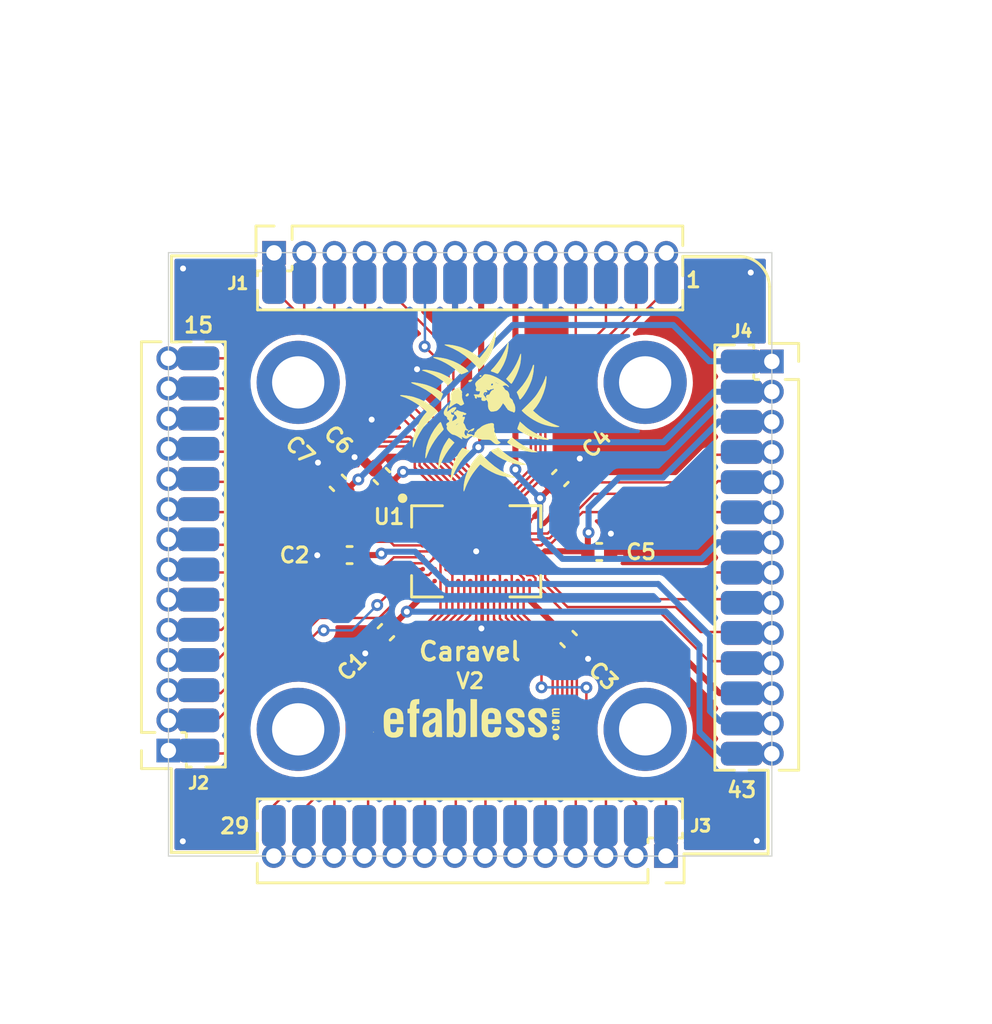
<source format=kicad_pcb>
(kicad_pcb (version 20211014) (generator pcbnew)
  (layers (0 "F.Cu" signal) (31 "B.Cu" signal) (34 "B.Paste" user) (35 "F.Paste" user) (36 "B.SilkS" user "B.Silkscreen") (37 "F.SilkS" user "F.Silkscreen") (38 "B.Mask" user) (39 "F.Mask" user) (44 "Edge.Cuts" user))
  (net 0 "")
  (net 1 "GND")
  (net 2 "vddio")
  (net 3 "vccd2")
  (net 4 "vccd1")
  (net 5 "vdda1")
  (net 6 "vdda2")
  (net 7 "mprj_io[18]")
  (net 8 "mprj_io[17]")
  (net 9 "mprj_io[16]")
  (net 10 "mprj_io[15]")
  (net 11 "mprj_io[14]")
  (net 12 "mprj_io[13]")
  (net 13 "mprj_io[12]")
  (net 14 "mprj_io[11]")
  (net 15 "mprj_io[10]")
  (net 16 "mprj_io[9]")
  (net 17 "mprj_io[8]")
  (net 18 "mprj_io[7]")
  (net 19 "mprj_io[6]_ser_tx")
  (net 20 "mprj_io[5]_ser_rx")
  (net 21 "mprj_io[0]")
  (net 22 "mprj_io[33]")
  (net 23 "mprj_io[32]")
  (net 24 "mprj_io[31]")
  (net 25 "mprj_io[30]")
  (net 26 "mprj_io[29]")
  (net 27 "mprj_io[28]")
  (net 28 "mprj_io[27]")
  (net 29 "mprj_io[26]")
  (net 30 "mprj_io[25]")
  (net 31 "mprj_io[24]")
  (net 32 "mprj_io[23]")
  (net 33 "mprj_io[22]")
  (net 34 "mprj_io[21]")
  (net 35 "mprj_io[20]")
  (net 36 "mprj_io[19]")
  (net 37 "mprj_io[4]_SCK")
  (net 38 "mprj_io[3]_CSB")
  (net 39 "mprj_io[2]_SDI")
  (net 40 "mprj_io[1]_SDO")
  (net 41 "gpio")
  (net 42 "Caravel_D0")
  (net 43 "Caravel_CSB")
  (net 44 "~{RST}")
  (net 45 "Caravel_D1")
  (net 46 "xclk")
  (net 47 "mprj_io[36]")
  (net 48 "mprj_io[37]")
  (net 49 "Caravel_SCK")
  (net 50 "mprj_io[34]")
  (net 51 "mprj_io[35]")
  (net 52 "vdda")
  (net 53 "vccd")
  (footprint "Caravel:Caravel_WCSP" (layer "F.Cu") (at 135.89 93.345 90)
    (fp_text reference "U1")
    (fp_text value "Caravel")
  )
  (footprint "Capacitor_SMD:C_0402_1005Metric" (layer "F.Cu") (at 130.07 90.46 -45)
    (fp_text reference "C7")
    (fp_text value "0.1uf")
  )
  (footprint "Capacitor_SMD:C_0402_1005Metric" (layer "F.Cu") (at 132.09 96.75 45)
    (fp_text reference "C1")
    (fp_text value "0.1uf")
  )
  (footprint "Capacitor_SMD:C_0402_1005Metric" (layer "F.Cu") (at 130.56 93.50248 180)
    (fp_text reference "C2")
    (fp_text value "0.1uf")
  )
  (footprint "Capacitor_SMD:C_0402_1005Metric" (layer "F.Cu") (at 131.92 90.18 -45)
    (fp_text reference "C6")
    (fp_text value "0.1uf")
  )
  (footprint "Capacitor_SMD:C_0402_1005Metric" (layer "F.Cu") (at 139.430589 90.259411 -135)
    (fp_text reference "C4")
    (fp_text value "0.1uf")
  )
  (footprint "Capacitor_SMD:C_0402_1005Metric" (layer "F.Cu") (at 139.78 97.04 -45)
    (fp_text reference "C3")
    (fp_text value "0.1uf")
  )
  (footprint "Caravel_Board:Caravel_Breakout_Connectors_2x14" (layer "F.Cu") (at 126.238 81.417 90)
    (fp_text reference "J1")
    (fp_text value "Conn_01x14_Female")
  )
  (footprint "Caravel_Board:Caravel_Breakout_Connectors_2x14" (layer "F.Cu") (at 123.565 102.873 180)
    (fp_text reference "J2")
    (fp_text value "Conn_01x14_Female")
  )
  (footprint "Caravel_Board:Caravel_Breakout_Connectors_2x14" (layer "F.Cu") (at 145.023 105.535 -90)
    (fp_text reference "J3")
    (fp_text value "Conn_01x14_Female")
  )
  (footprint "Caravel:logo" (layer "F.Cu") (at 136 87.45)
    (fp_text reference "T1" hide)
    (fp_text value "Logo" hide)
  )
  (footprint "MountingHole:MountingHole_2.2mm_M2_ISO7380_Pad" (layer "F.Cu") (at 128.397 100.838)
    (fp_text reference "H1")
    (fp_text value "Positioning Holes")
  )
  (footprint "MountingHole:MountingHole_2.2mm_M2_ISO7380_Pad" (layer "F.Cu") (at 143.002 86.233)
    (fp_text reference "H3")
    (fp_text value "Positioning Holes")
  )
  (footprint "MountingHole:MountingHole_2.2mm_M2_ISO7380_Pad" (layer "F.Cu") (at 128.397 86.233)
    (fp_text reference "H4")
    (fp_text value "Positioning Holes")
  )
  (footprint "MountingHole:MountingHole_2.2mm_M2_ISO7380_Pad" (layer "F.Cu") (at 143.002 100.838)
    (fp_text reference "H2")
    (fp_text value "Positioning Holes")
  )
  (footprint "Capacitor_SMD:C_0402_1005Metric" (layer "F.Cu") (at 141.07 93.37 180)
    (fp_text reference "C5")
    (fp_text value "0.1uf")
  )
  (footprint "Caravel_Board:Caravel_Breakout_Connectors_2x14" (layer "F.Cu") (at 147.7 84.21)
    (fp_text reference "J4")
    (fp_text value "Conn_01x14_Female")
  )
  (footprint "Caravel:ef_logo" (layer "F.Cu") (at 135.64 100.43)
    (fp_text reference "T2" hide)
    (fp_text value "Logo" hide)
  )
  (gr_line (start 123.063 80.9082) (end 123.063 84.5312) (layer "F.SilkS") (width 0.12))
  (gr_line (start 126.621 80.9062) (end 126.621 80.7212) (layer "F.SilkS") (width 0.12))
  (gr_line (start 148.178159 106.0775) (end 148.178159 102.5652) (layer "F.SilkS") (width 0.12))
  (gr_line (start 148.02747 102.558) (end 148.178159 102.558) (layer "F.SilkS") (width 0.12))
  (gr_line (start 123.052 106.0196) (end 126.675 106.0196) (layer "F.SilkS") (width 0.12))
  (gr_line (start 122.803 102.49) (end 123.057 102.49) (layer "F.SilkS") (width 0.12))
  (gr_line (start 148.2344 84.593) (end 148.2344 82.199459) (layer "F.SilkS") (width 0.12))
  (gr_line (start 126.675 105.86247) (end 126.675 106.0196) (layer "F.SilkS") (width 0.12))
  (gr_line (start 123.063 84.5312) (end 123.317 84.5312) (layer "F.SilkS") (width 0.12))
  (gr_arc (start 146.939 80.925986) (mid 147.854986 81.3054) (end 148.2344 82.221386) (layer "F.SilkS") (width 0.12))
  (gr_line (start 144.64 106.0775) (end 148.178159 106.0775) (layer "F.SilkS") (width 0.12))
  (gr_line (start 144.64 106.2625) (end 144.64 106.0775) (layer "F.SilkS") (width 0.12))
  (gr_line (start 126.601159 80.9082) (end 123.063 80.9082) (layer "F.SilkS") (width 0.12))
  (gr_line (start 144.586 81.08873) (end 144.586 80.929459) (layer "F.SilkS") (width 0.12))
  (gr_line (start 146.903317 80.929459) (end 144.586 80.929459) (layer "F.SilkS") (width 0.12))
  (gr_line (start 148.335 84.593) (end 148.2344 84.593) (layer "F.SilkS") (width 0.12))
  (gr_line (start 123.057 102.49) (end 123.057 106.028159) (layer "F.SilkS") (width 0.12))
  (gr_line (start 122.936 106.172) (end 122.936 80.772) (layer "Edge.Cuts") (width 0.05))
  (gr_line (start 122.936 80.772) (end 148.336 80.772) (layer "Edge.Cuts") (width 0.05))
  (gr_line (start 148.336 80.772) (end 148.336 106.172) (layer "Edge.Cuts") (width 0.05))
  (gr_line (start 148.336 106.172) (end 122.936 106.172) (layer "Edge.Cuts") (width 0.05))
  (gr_text "Caravel" (at 135.62 97.56) (layer "F.SilkS") (effects (font (size 0.762 0.762) (thickness 0.1524))))
  (gr_text "29" (at 125.73 104.9112) (layer "F.SilkS") (effects (font (size 0.635 0.635) (thickness 0.127))))
  (gr_text "V2" (at 135.64 98.8) (layer "F.SilkS") (effects (font (size 0.635 0.635) (thickness 0.127))))
  (gr_text "43" (at 147.066 103.3872) (layer "F.SilkS") (effects (font (size 0.635 0.635) (thickness 0.127))))
  (gr_text "15" (at 124.206 83.8292) (layer "F.SilkS") (effects (font (size 0.635 0.635) (thickness 0.127))))
  (gr_text "1" (at 145.034 81.9242) (layer "F.SilkS") (effects (font (size 0.635 0.635) (thickness 0.127))))
  (segment (start 141.55 93.37) (end 141.55 92.61) (width 0.254) (layer "F.Cu") (net 1))
  (segment (start 130.88 89.38) (end 131.340589 89.840589) (width 0.254) (layer "F.Cu") (net 1))
  (segment (start 131.750589 97.109411) (end 131.22 97.64) (width 0.254) (layer "F.Cu") (net 1))
  (segment (start 134.64 92.595) (end 134.64 92.743062) (width 0.1016) (layer "F.Cu") (net 1))
  (segment (start 135.89 93.345) (end 136.14 93.595) (width 0.1524) (layer "F.Cu") (net 1))
  (segment (start 130.0699 93.5101) (end 130.2 93.38) (width 0.254) (layer "F.Cu") (net 1))
  (segment (start 136.14 93.595) (end 136.14 94.595) (width 0.1524) (layer "F.Cu") (net 1))
  (segment (start 134.88924 92.992302) (end 134.88924 93.19768) (width 0.1016) (layer "F.Cu") (net 1))
  (segment (start 135.392599 93.347599) (end 135.64 93.595) (width 0.1016) (layer "F.Cu") (net 1))
  (segment (start 134.88924 93.19768) (end 135.039159 93.347599) (width 0.1016) (layer "F.Cu") (net 1))
  (segment (start 135.89 93.345) (end 135.64 93.595) (width 0.1524) (layer "F.Cu") (net 1))
  (segment (start 139.77 89.92) (end 140.25 89.44) (width 0.254) (layer "F.Cu") (net 1))
  (segment (start 140.6 97.87) (end 140.6 97.86) (width 0.254) (layer "F.Cu") (net 1))
  (segment (start 136.14 94.595) (end 136.14 96.559094) (width 0.1524) (layer "F.Cu") (net 1))
  (segment (start 130.77 89.38) (end 130.88 89.38) (width 0.254) (layer "F.Cu") (net 1))
  (segment (start 135.89 93.345) (end 135.64 93.095) (width 0.1524) (layer "F.Cu") (net 1))
  (segment (start 134.64 92.743062) (end 134.88924 92.992302) (width 0.1016) (layer "F.Cu") (net 1))
  (segment (start 136.14 96.559094) (end 136.109261 96.589833) (width 0.1524) (layer "F.Cu") (net 1))
  (segment (start 135.039159 93.347599) (end 135.392599 93.347599) (width 0.1016) (layer "F.Cu") (net 1))
  (segment (start 129.2001 93.5101) (end 130.0699 93.5101) (width 0.254) (layer "F.Cu") (net 1))
  (segment (start 141.55 92.61) (end 141.56 92.6) (width 0.254) (layer "F.Cu") (net 1))
  (segment (start 136.14 93.095) (end 136.0805 93.1545) (width 0.1016) (layer "F.Cu") (net 1))
  (segment (start 135.89 93.345) (end 136.0805 93.1545) (width 0.1524) (layer "F.Cu") (net 1))
  (segment (start 129.730589 90.120589) (end 129.730589 90.110589) (width 0.254) (layer "F.Cu") (net 1))
  (segment (start 140.6 97.86) (end 140.119411 97.379411) (width 0.254) (layer "F.Cu") (net 1))
  (segment (start 129.730589 90.110589) (end 129.23 89.61) (width 0.254) (layer "F.Cu") (net 1))
  (segment (start 129.2 93.51) (end 129.2001 93.5101) (width 0.254) (layer "F.Cu") (net 1))
  (segment (start 131.750589 97.089411) (end 131.750589 97.109411) (width 0.254) (layer "F.Cu") (net 1))
  (segment (start 135.001 82.042) (end 135.001 80.97481) (width 0.1524) (layer "F.Cu") (net 1))
  (segment (start 131.340589 89.840589) (end 131.580589 89.840589) (width 0.254) (layer "F.Cu") (net 1))
  (segment (start 136.64 92.595) (end 136.14 93.095) (width 0.1524) (layer "F.Cu") (net 1))
  (via (at 135.89 93.345) (size 0.5) (drill 0.25) (layers "F.Cu" "B.Cu") (net 1))
  (via (at 147.7 105.53) (size 0.5) (drill 0.25) (layers "F.Cu" "B.Cu") (net 1))
  (via (at 130.77 89.38) (size 0.5) (drill 0.25) (layers "F.Cu" "B.Cu") (net 1))
  (via (at 129.2 93.51) (size 0.5) (drill 0.25) (layers "F.Cu" "B.Cu") (net 1))
  (via (at 123.54 105.55) (size 0.5) (drill 0.25) (layers "F.Cu" "B.Cu") (net 1))
  (via (at 133.4 85.68) (size 0.5) (drill 0.25) (layers "F.Cu" "B.Cu") (net 1))
  (via (at 141.56 92.6) (size 0.5) (drill 0.25) (layers "F.Cu" "B.Cu") (net 1))
  (via (at 136.109261 96.589833) (size 0.5) (drill 0.25) (layers "F.Cu" "B.Cu") (net 1))
  (via (at 147.447 81.6102) (size 0.5) (drill 0.25) (layers "F.Cu" "B.Cu") (net 1))
  (via (at 129.23 89.61) (size 0.5) (drill 0.25) (layers "F.Cu" "B.Cu") (net 1))
  (via (at 131.22 97.64) (size 0.5) (drill 0.25) (layers "F.Cu" "B.Cu") (net 1))
  (via (at 131.49 87.8) (size 0.5) (drill 0.25) (layers "F.Cu" "B.Cu") (net 1))
  (via (at 140.6 97.87) (size 0.5) (drill 0.25) (layers "F.Cu" "B.Cu") (net 1))
  (via (at 140.25 89.44) (size 0.5) (drill 0.25) (layers "F.Cu" "B.Cu") (net 1))
  (via (at 123.55 81.44) (size 0.5) (drill 0.25) (layers "F.Cu" "B.Cu") (net 1))
  (segment (start 134.887401 92.703081) (end 134.887401 92.490084) (width 0.1016) (layer "F.Cu") (net 2))
  (segment (start 132.259411 90.519411) (end 132.59 90.85) (width 0.254) (layer "F.Cu") (net 2))
  (segment (start 134.387401 92.203083) (end 134.387401 91.619816) (width 0.1016) (layer "F.Cu") (net 2))
  (segment (start 147.066 86.614) (end 148.13319 86.614) (width 0.1524) (layer "F.Cu") (net 2))
  (segment (start 132.59 90.85) (end 133.617584 90.85) (width 0.254) (layer "F.Cu") (net 2))
  (segment (start 135.98 88.96) (end 136.1 88.84) (width 0.254) (layer "F.Cu") (net 2))
  (segment (start 134.387401 91.619816) (end 134.223792 91.456208) (width 0.1016) (layer "F.Cu") (net 2))
  (segment (start 134.531917 92.347599) (end 134.387401 92.203083) (width 0.1016) (layer "F.Cu") (net 2))
  (segment (start 132.778822 90) (end 132.81 90) (width 0.254) (layer "F.Cu") (net 2))
  (segment (start 134.744916 92.347599) (end 134.531917 92.347599) (width 0.1016) (layer "F.Cu") (net 2))
  (segment (start 135.14 92.95568) (end 134.887401 92.703081) (width 0.1016) (layer "F.Cu") (net 2))
  (segment (start 133.617584 90.85) (end 134.223792 91.456208) (width 0.254) (layer "F.Cu") (net 2))
  (segment (start 136.1 82.213) (end 136.271 82.042) (width 0.254) (layer "F.Cu") (net 2))
  (segment (start 132.259411 90.519411) (end 132.778822 90) (width 0.254) (layer "F.Cu") (net 2))
  (segment (start 136.1 88.84) (end 136.1 82.213) (width 0.254) (layer "F.Cu") (net 2))
  (segment (start 134.887401 92.490084) (end 134.744916 92.347599) (width 0.1016) (layer "F.Cu") (net 2))
  (segment (start 135.14 93.095) (end 135.14 92.95568) (width 0.1016) (layer "F.Cu") (net 2))
  (segment (start 136.271 82.042) (end 136.271 80.97481) (width 0.1524) (layer "F.Cu") (net 2))
  (via (at 135.98 88.96) (size 0.5) (drill 0.25) (layers "F.Cu" "B.Cu") (net 2))
  (via (at 132.81 90) (size 0.5) (drill 0.25) (layers "F.Cu" "B.Cu") (net 2))
  (segment (start 147.05 86.63) (end 147.066 86.614) (width 0.254) (layer "B.Cu") (net 2))
  (segment (start 145.89 86.63) (end 147.05 86.63) (width 0.254) (layer "B.Cu") (net 2))
  (segment (start 135.98 88.96) (end 136.19 88.75) (width 0.254) (layer "B.Cu") (net 2))
  (segment (start 135.98 88.96) (end 134.94 90) (width 0.254) (layer "B.Cu") (net 2))
  (segment (start 143.77 88.75) (end 145.89 86.63) (width 0.254) (layer "B.Cu") (net 2))
  (segment (start 134.94 90) (end 132.81 90) (width 0.254) (layer "B.Cu") (net 2))
  (segment (start 136.19 88.75) (end 143.77 88.75) (width 0.254) (layer "B.Cu") (net 2))
  (segment (start 133.48 91.39) (end 133.6 91.39) (width 0.254) (layer "F.Cu") (net 3))
  (segment (start 130.888822 90.32) (end 130.93 90.32) (width 0.254) (layer "F.Cu") (net 3))
  (segment (start 130.409411 90.799411) (end 131 91.39) (width 0.254) (layer "F.Cu") (net 3))
  (segment (start 131 91.39) (end 132.97 91.39) (width 0.254) (layer "F.Cu") (net 3))
  (segment (start 130.409411 90.799411) (end 130.888822 90.32) (width 0.254) (layer "F.Cu") (net 3))
  (segment (start 134.14 91.93) (end 133.778189 91.568189) (width 0.1016) (layer "F.Cu") (net 3))
  (segment (start 132.97 91.39) (end 133.48 91.39) (width 0.254) (layer "F.Cu") (net 3))
  (segment (start 134.14 92.095) (end 134.14 91.93) (width 0.1016) (layer "F.Cu") (net 3))
  (segment (start 147.066 85.344) (end 148.13319 85.344) (width 0.1524) (layer "F.Cu") (net 3))
  (segment (start 133.6 91.39) (end 133.778189 91.568189) (width 0.254) (layer "F.Cu") (net 3))
  (via (at 130.93 90.32) (size 0.5) (drill 0.25) (layers "F.Cu" "B.Cu") (net 3))
  (segment (start 144.178 83.818) (end 137.432 83.818) (width 0.254) (layer "B.Cu") (net 3))
  (segment (start 137.432 83.818) (end 130.93 90.32) (width 0.254) (layer "B.Cu") (net 3))
  (segment (start 145.704 85.344) (end 144.178 83.818) (width 0.254) (layer "B.Cu") (net 3))
  (segment (start 147.066 85.344) (end 145.704 85.344) (width 0.254) (layer "B.Cu") (net 3))
  (segment (start 132.429411 96.410589) (end 132.443411 96.410589) (width 0.254) (layer "F.Cu") (net 4))
  (segment (start 133.7975 95.0565) (end 133.7975 94.9375) (width 0.254) (layer "F.Cu") (net 4))
  (segment (start 134.14 94.595) (end 133.7975 94.9375) (width 0.1016) (layer "F.Cu") (net 4))
  (segment (start 132.443411 96.410589) (end 132.969 95.885) (width 0.254) (layer "F.Cu") (net 4))
  (segment (start 147.066 101.854) (end 148.13319 101.854) (width 0.1524) (layer "F.Cu") (net 4))
  (segment (start 132.969 95.885) (end 133.7975 95.0565) (width 0.254) (layer "F.Cu") (net 4))
  (via (at 132.969 95.885) (size 0.5) (drill 0.25) (layers "F.Cu" "B.Cu") (net 4))
  (segment (start 132.969 95.885) (end 143.875 95.885) (width 0.254) (layer "B.Cu") (net 4))
  (segment (start 145.29 97.3) (end 145.29 100.95) (width 0.254) (layer "B.Cu") (net 4))
  (segment (start 143.875 95.885) (end 145.29 97.3) (width 0.254) (layer "B.Cu") (net 4))
  (segment (start 145.29 100.95) (end 146.203 101.863) (width 0.254) (layer "B.Cu") (net 4))
  (segment (start 146.203 101.863) (end 147.065 101.863) (width 0.254) (layer "B.Cu") (net 4))
  (segment (start 131.9 93.44) (end 131.991911 93.348089) (width 0.1016) (layer "F.Cu") (net 5))
  (segment (start 131.991911 93.348089) (end 134.752266 93.348089) (width 0.1016) (layer "F.Cu") (net 5))
  (segment (start 147.066 100.584) (end 148.13319 100.584) (width 0.1524) (layer "F.Cu") (net 5))
  (segment (start 134.752266 93.348089) (end 134.999177 93.595) (width 0.1016) (layer "F.Cu") (net 5))
  (segment (start 134.999177 93.595) (end 135.14 93.595) (width 0.1016) (layer "F.Cu") (net 5))
  (segment (start 131.9 93.44) (end 131.83752 93.50248) (width 0.254) (layer "F.Cu") (net 5))
  (segment (start 131.83752 93.50248) (end 131.163 93.50248) (width 0.254) (layer "F.Cu") (net 5))
  (via (at 131.9 93.44) (size 0.5) (drill 0.25) (layers "F.Cu" "B.Cu") (net 5))
  (segment (start 131.9 93.44) (end 131.98 93.36) (width 0.254) (layer "B.Cu") (net 5))
  (segment (start 134.68 94.72) (end 143.55 94.72) (width 0.254) (layer "B.Cu") (net 5))
  (segment (start 145.73 100.07) (end 146.16 100.5) (width 0.254) (layer "B.Cu") (net 5))
  (segment (start 145.73 96.9) (end 145.73 100.07) (width 0.254) (layer "B.Cu") (net 5))
  (segment (start 143.55 94.72) (end 145.73 96.9) (width 0.254) (layer "B.Cu") (net 5))
  (segment (start 133.32 93.36) (end 134.68 94.72) (width 0.254) (layer "B.Cu") (net 5))
  (segment (start 131.98 93.36) (end 133.32 93.36) (width 0.254) (layer "B.Cu") (net 5))
  (segment (start 147.066 87.884) (end 148.13319 87.884) (width 0.1524) (layer "F.Cu") (net 6))
  (segment (start 140.59 93.37) (end 140.562401 93.342401) (width 0.254) (layer "F.Cu") (net 6))
  (segment (start 140.562401 93.342401) (end 138.787599 93.342401) (width 0.254) (layer "F.Cu") (net 6))
  (segment (start 140.59 92.58) (end 140.62 92.55) (width 0.254) (layer "F.Cu") (net 6))
  (segment (start 136.887401 93.342401) (end 138.787599 93.342401) (width 0.1016) (layer "F.Cu") (net 6))
  (segment (start 140.59 93.37) (end 140.59 92.58) (width 0.254) (layer "F.Cu") (net 6))
  (segment (start 136.64 93.095) (end 136.887401 93.342401) (width 0.1016) (layer "F.Cu") (net 6))
  (via (at 140.62 92.55) (size 0.5) (drill 0.25) (layers "F.Cu" "B.Cu") (net 6))
  (segment (start 140.62 91.52) (end 141.9 90.24) (width 0.254) (layer "B.Cu") (net 6))
  (segment (start 140.62 92.55) (end 140.62 91.52) (width 0.254) (layer "B.Cu") (net 6))
  (segment (start 143.75 90.24) (end 146.106 87.884) (width 0.254) (layer "B.Cu") (net 6))
  (segment (start 146.106 87.884) (end 147.066 87.884) (width 0.254) (layer "B.Cu") (net 6))
  (segment (start 141.9 90.24) (end 143.75 90.24) (width 0.254) (layer "B.Cu") (net 6))
  (segment (start 131.950556 94.07) (end 127.75 94.07) (width 0.1016) (layer "F.Cu") (net 7))
  (segment (start 125.17 96.65) (end 124.2 96.65) (width 0.1016) (layer "F.Cu") (net 7))
  (segment (start 133.64 93.595) (end 132.425556 93.595) (width 0.1016) (layer "F.Cu") (net 7))
  (segment (start 124.206 96.774) (end 123.13881 96.774) (width 0.1524) (layer "F.Cu") (net 7))
  (segment (start 132.425556 93.595) (end 131.950556 94.07) (width 0.1016) (layer "F.Cu") (net 7))
  (segment (start 127.75 94.07) (end 125.17 96.65) (width 0.1016) (layer "F.Cu") (net 7))
  (segment (start 133.887401 93.847599) (end 132.46034 93.847599) (width 0.1016) (layer "F.Cu") (net 8))
  (segment (start 128.55 94.36) (end 124.866 98.044) (width 0.1016) (layer "F.Cu") (net 8))
  (segment (start 124.206 98.044) (end 123.13881 98.044) (width 0.1524) (layer "F.Cu") (net 8))
  (segment (start 131.947939 94.36) (end 128.55 94.36) (width 0.1016) (layer "F.Cu") (net 8))
  (segment (start 124.866 98.044) (end 124.206 98.044) (width 0.1016) (layer "F.Cu") (net 8))
  (segment (start 134.14 93.595) (end 133.887401 93.847599) (width 0.1016) (layer "F.Cu") (net 8))
  (segment (start 132.46034 93.847599) (end 131.947939 94.36) (width 0.1016) (layer "F.Cu") (net 8))
  (segment (start 132.0242 94.62) (end 129.83 94.62) (width 0.1016) (layer "F.Cu") (net 9))
  (segment (start 129.83 94.62) (end 125.136 99.314) (width 0.1016) (layer "F.Cu") (net 9))
  (segment (start 125.136 99.314) (end 124.206 99.314) (width 0.1016) (layer "F.Cu") (net 9))
  (segment (start 132.400764 94.243436) (end 132.0242 94.62) (width 0.1016) (layer "F.Cu") (net 9))
  (segment (start 132.539764 94.095) (end 132.400764 94.234) (width 0.1016) (layer "F.Cu") (net 9))
  (segment (start 133.64 94.095) (end 132.539764 94.095) (width 0.1016) (layer "F.Cu") (net 9))
  (segment (start 132.400764 94.234) (end 132.400764 94.243436) (width 0.1016) (layer "F.Cu") (net 9))
  (segment (start 124.206 99.314) (end 123.13881 99.314) (width 0.1524) (layer "F.Cu") (net 9))
  (segment (start 129.28 96.15) (end 124.97 100.46) (width 0.1016) (layer "F.Cu") (net 10))
  (segment (start 131.8 96.15) (end 129.28 96.15) (width 0.1016) (layer "F.Cu") (net 10))
  (segment (start 124.206 100.584) (end 123.13881 100.584) (width 0.1524) (layer "F.Cu") (net 10))
  (segment (start 133.64 94.595) (end 133.355 94.595) (width 0.1016) (layer "F.Cu") (net 10))
  (segment (start 124.97 100.46) (end 124.2 100.46) (width 0.1016) (layer "F.Cu") (net 10))
  (segment (start 133.355 94.595) (end 131.8 96.15) (width 0.1016) (layer "F.Cu") (net 10))
  (segment (start 129.47 96.67) (end 129.28 96.67) (width 0.1016) (layer "F.Cu") (net 11))
  (segment (start 124.206 101.854) (end 123.13881 101.854) (width 0.1524) (layer "F.Cu") (net 11))
  (segment (start 126.15 99.8) (end 126.15 100.97) (width 0.1016) (layer "F.Cu") (net 11))
  (segment (start 129.28 96.67) (end 126.15 99.8) (width 0.1016) (layer "F.Cu") (net 11))
  (segment (start 134.14 94.095) (end 133.892599 94.342401) (width 0.1016) (layer "F.Cu") (net 11))
  (segment (start 133.892599 94.342401) (end 132.987599 94.342401) (width 0.1016) (layer "F.Cu") (net 11))
  (segment (start 125.266 101.854) (end 124.206 101.854) (width 0.1016) (layer "F.Cu") (net 11))
  (segment (start 126.15 100.97) (end 125.266 101.854) (width 0.1016) (layer "F.Cu") (net 11))
  (segment (start 132.987599 94.342401) (end 131.7244 95.6056) (width 0.1016) (layer "F.Cu") (net 11))
  (via (at 129.47 96.67) (size 0.5) (drill 0.25) (layers "F.Cu" "B.Cu") (net 11))
  (via (at 131.7244 95.6056) (size 0.5) (drill 0.25) (layers "F.Cu" "B.Cu") (net 11))
  (segment (start 129.47 96.67) (end 130.66 96.67) (width 0.1016) (layer "B.Cu") (net 11))
  (segment (start 130.66 96.67) (end 131.7244 95.6056) (width 0.1016) (layer "B.Cu") (net 11))
  (segment (start 134.64 93.595) (end 134.387401 93.847599) (width 0.1016) (layer "F.Cu") (net 12))
  (segment (start 130.44 99.75) (end 130.44 101.78) (width 0.1016) (layer "F.Cu") (net 12))
  (segment (start 134.387401 93.847599) (end 134.387401 95.802599) (width 0.1016) (layer "F.Cu") (net 12))
  (segment (start 128.42 102.99) (end 127.381 104.029) (width 0.1016) (layer "F.Cu") (net 12))
  (segment (start 127.381 104.029) (end 127.381 104.902) (width 0.1016) (layer "F.Cu") (net 12))
  (segment (start 134.387401 95.802599) (end 130.44 99.75) (width 0.1016) (layer "F.Cu") (net 12))
  (segment (start 127.381 104.902) (end 127.381 105.96919) (width 0.1524) (layer "F.Cu") (net 12))
  (segment (start 130.44 101.78) (end 129.23 102.99) (width 0.1016) (layer "F.Cu") (net 12))
  (segment (start 129.23 102.99) (end 128.42 102.99) (width 0.1016) (layer "F.Cu") (net 12))
  (segment (start 128.651 104.902) (end 128.651 105.96919) (width 0.1524) (layer "F.Cu") (net 13))
  (segment (start 134.64 94.595) (end 134.64 95.837382) (width 0.1016) (layer "F.Cu") (net 13))
  (segment (start 130.67 102.15) (end 128.651 104.169) (width 0.1016) (layer "F.Cu") (net 13))
  (segment (start 128.651 104.169) (end 128.651 104.902) (width 0.1016) (layer "F.Cu") (net 13))
  (segment (start 134.64 95.837382) (end 130.67 99.807382) (width 0.1016) (layer "F.Cu") (net 13))
  (segment (start 130.67 99.807382) (end 130.67 102.15) (width 0.1016) (layer "F.Cu") (net 13))
  (segment (start 134.887401 95.877363) (end 130.91 99.854764) (width 0.1016) (layer "F.Cu") (net 14))
  (segment (start 129.921 103.729) (end 129.921 104.902) (width 0.1016) (layer "F.Cu") (net 14))
  (segment (start 130.91 99.854764) (end 130.91 102.74) (width 0.1016) (layer "F.Cu") (net 14))
  (segment (start 130.91 102.74) (end 129.921 103.729) (width 0.1016) (layer "F.Cu") (net 14))
  (segment (start 129.921 104.902) (end 129.921 105.96919) (width 0.1524) (layer "F.Cu") (net 14))
  (segment (start 134.64 94.095) (end 134.887401 94.342401) (width 0.1016) (layer "F.Cu") (net 14))
  (segment (start 134.887401 94.342401) (end 134.887401 95.877363) (width 0.1016) (layer "F.Cu") (net 14))
  (segment (start 131.191 104.902) (end 131.191 105.96919) (width 0.1524) (layer "F.Cu") (net 15))
  (segment (start 135.14 95.912146) (end 131.34 99.712146) (width 0.1016) (layer "F.Cu") (net 15))
  (segment (start 131.34 104.753) (end 131.191 104.902) (width 0.1016) (layer "F.Cu") (net 15))
  (segment (start 135.14 94.595) (end 135.14 95.912146) (width 0.1016) (layer "F.Cu") (net 15))
  (segment (start 131.34 99.712146) (end 131.34 104.753) (width 0.1016) (layer "F.Cu") (net 15))
  (segment (start 135.387401 95.952127) (end 132.461 98.878528) (width 0.1016) (layer "F.Cu") (net 16))
  (segment (start 132.461 104.902) (end 132.461 105.96919) (width 0.1524) (layer "F.Cu") (net 16))
  (segment (start 135.14 94.095) (end 135.387401 94.342401) (width 0.1016) (layer "F.Cu") (net 16))
  (segment (start 132.461 98.878528) (end 132.461 104.902) (width 0.1016) (layer "F.Cu") (net 16))
  (segment (start 135.387401 94.342401) (end 135.387401 95.952127) (width 0.1016) (layer "F.Cu") (net 16))
  (segment (start 133.73 104.901) (end 133.731 104.902) (width 0.1016) (layer "F.Cu") (net 17))
  (segment (start 133.73 97.94) (end 133.73 104.901) (width 0.1016) (layer "F.Cu") (net 17))
  (segment (start 133.731 104.902) (end 133.731 105.96919) (width 0.1524) (layer "F.Cu") (net 17))
  (segment (start 135.64 96.03) (end 133.73 97.94) (width 0.1016) (layer "F.Cu") (net 17))
  (segment (start 135.64 94.595) (end 135.64 96.03) (width 0.1016) (layer "F.Cu") (net 17))
  (segment (start 135.89 96.24) (end 135.03 97.1) (width 0.1016) (layer "F.Cu") (net 18))
  (segment (start 135.03 104.873) (end 135.001 104.902) (width 0.1016) (layer "F.Cu") (net 18))
  (segment (start 135.03 97.1) (end 135.03 104.873) (width 0.1016) (layer "F.Cu") (net 18))
  (segment (start 135.89 94.345) (end 135.89 96.24) (width 0.1016) (layer "F.Cu") (net 18))
  (segment (start 135.64 94.095) (end 135.89 94.345) (width 0.1016) (layer "F.Cu") (net 18))
  (segment (start 135.001 104.902) (end 135.001 105.96919) (width 0.1524) (layer "F.Cu") (net 18))
  (segment (start 136.28 102.37) (end 136.28 104.893) (width 0.1016) (layer "F.Cu") (net 19))
  (segment (start 136.271 104.902) (end 136.271 105.96919) (width 0.1524) (layer "F.Cu") (net 19))
  (segment (start 139.11 99.54) (end 136.28 102.37) (width 0.1016) (layer "F.Cu") (net 19))
  (segment (start 136.64 96.211115) (end 139.11 98.681115) (width 0.1016) (layer "F.Cu") (net 19))
  (segment (start 136.28 104.893) (end 136.271 104.902) (width 0.1016) (layer "F.Cu") (net 19))
  (segment (start 136.64 94.595) (end 136.64 96.211115) (width 0.1016) (layer "F.Cu") (net 19))
  (segment (start 139.11 98.681115) (end 139.11 99.54) (width 0.1016) (layer "F.Cu") (net 19))
  (segment (start 137.541 102.039) (end 137.541 104.902) (width 0.1016) (layer "F.Cu") (net 20))
  (segment (start 139.313211 100.266789) (end 137.541 102.039) (width 0.1016) (layer "F.Cu") (net 20))
  (segment (start 136.64 94.095) (end 136.887401 94.342401) (width 0.1016) (layer "F.Cu") (net 20))
  (segment (start 137.541 104.902) (end 137.541 105.96919) (width 0.1524) (layer "F.Cu") (net 20))
  (segment (start 139.313211 98.596943) (end 139.313211 100.266789) (width 0.1016) (layer "F.Cu") (net 20))
  (segment (start 136.8874 96.171131) (end 139.313211 98.596943) (width 0.1016) (layer "F.Cu") (net 20))
  (segment (start 136.887401 94.342401) (end 136.8874 96.171131) (width 0.1016) (layer "F.Cu") (net 20))
  (segment (start 140.528465 99.08) (end 140.528465 101.298465) (width 0.1016) (layer "F.Cu") (net 21))
  (segment (start 143.26 102.95) (end 143.88 103.57) (width 0.1016) (layer "F.Cu") (net 21))
  (segment (start 136.64 93.595) (end 136.387401 93.847599) (width 0.1016) (layer "F.Cu") (net 21))
  (segment (start 136.387401 93.847599) (end 136.387401 96.28558) (width 0.1016) (layer "F.Cu") (net 21))
  (segment (start 143.88 103.57) (end 143.88 104.9) (width 0.1016) (layer "F.Cu") (net 21))
  (segment (start 136.387401 96.28558) (end 138.639134 98.537313) (width 0.1016) (layer "F.Cu") (net 21))
  (segment (start 142.18 102.95) (end 143.26 102.95) (width 0.1016) (layer "F.Cu") (net 21))
  (segment (start 140.528465 101.298465) (end 142.18 102.95) (width 0.1016) (layer "F.Cu") (net 21))
  (segment (start 138.639134 98.537313) (end 138.639134 99.069322) (width 0.1016) (layer "F.Cu") (net 21))
  (segment (start 143.891 104.902) (end 143.891 105.96919) (width 0.1524) (layer "F.Cu") (net 21))
  (via (at 138.639134 99.069322) (size 0.5) (drill 0.25) (layers "F.Cu" "B.Cu") (net 21))
  (via (at 140.528465 99.08) (size 0.5) (drill 0.25) (layers "F.Cu" "B.Cu") (net 21))
  (segment (start 138.639134 99.069322) (end 140.517787 99.069322) (width 0.1016) (layer "B.Cu") (net 21))
  (segment (start 140.517787 99.069322) (end 140.528465 99.08) (width 0.1016) (layer "B.Cu") (net 21))
  (segment (start 134.724878 89.224878) (end 136.392599 90.892599) (width 0.1016) (layer "F.Cu") (net 22))
  (segment (start 136.741239 92.342401) (end 136.892599 92.493761) (width 0.1016) (layer "F.Cu") (net 22))
  (segment (start 136.392599 92.213753) (end 136.521247 92.342401) (width 0.1016) (layer "F.Cu") (net 22))
  (segment (start 136.892599 92.493761) (end 136.892599 92.847599) (width 0.1016) (layer "F.Cu") (net 22))
  (segment (start 136.892599 92.847599) (end 137.14 93.095) (width 0.1016) (layer "F.Cu") (net 22))
  (segment (start 133.72 84.72) (end 134.724878 85.724878) (width 0.1016) (layer "F.Cu") (net 22))
  (segment (start 134.724878 85.724878) (end 134.724878 89.224878) (width 0.1016) (layer "F.Cu") (net 22))
  (segment (start 136.392599 90.892599) (end 136.392599 92.213753) (width 0.1016) (layer "F.Cu") (net 22))
  (segment (start 136.521247 92.342401) (end 136.741239 92.342401) (width 0.1016) (layer "F.Cu") (net 22))
  (via (at 133.72 84.72) (size 0.5) (drill 0.25) (layers "F.Cu" "B.Cu") (net 22))
  (segment (start 133.72 84.72) (end 133.731 84.709) (width 0.1016) (layer "B.Cu") (net 22))
  (segment (start 133.731 84.709) (end 133.731 82.042) (width 0.1016) (layer "B.Cu") (net 22))
  (segment (start 132.461 82.611) (end 132.461 82.052) (width 0.1016) (layer "F.Cu") (net 23))
  (segment (start 132.461 82.042) (end 132.461 80.97481) (width 0.1524) (layer "F.Cu") (net 23))
  (segment (start 136.64 90.83) (end 134.928089 89.118089) (width 0.1016) (layer "F.Cu") (net 23))
  (segment (start 134.928089 89.118089) (end 134.928089 85.078089) (width 0.1016) (layer "F.Cu") (net 23))
  (segment (start 134.928089 85.078089) (end 132.461 82.611) (width 0.1016) (layer "F.Cu") (net 23))
  (segment (start 136.64 92.095) (end 136.64 90.83) (width 0.1016) (layer "F.Cu") (net 23))
  (segment (start 131.21 82.061) (end 131.191 82.042) (width 0.1016) (layer "F.Cu") (net 24))
  (segment (start 136.14 90.935556) (end 134.521667 89.317223) (width 0.1016) (layer "F.Cu") (net 24))
  (segment (start 136.14 92.095) (end 136.14 90.935556) (width 0.1016) (layer "F.Cu") (net 24))
  (segment (start 134.521667 88.151667) (end 131.21 84.84) (width 0.1016) (layer "F.Cu") (net 24))
  (segment (start 134.521667 89.317223) (end 134.521667 88.151667) (width 0.1016) (layer "F.Cu") (net 24))
  (segment (start 131.21 84.84) (end 131.21 82.061) (width 0.1016) (layer "F.Cu") (net 24))
  (segment (start 131.191 82.042) (end 131.191 80.97481) (width 0.1524) (layer "F.Cu") (net 24))
  (segment (start 135.892599 90.975538) (end 134.318456 89.401395) (width 0.1016) (layer "F.Cu") (net 25))
  (segment (start 136.14 92.595) (end 135.892599 92.347599) (width 0.1016) (layer "F.Cu") (net 25))
  (segment (start 134.318456 88.338456) (end 129.92 83.94) (width 0.1016) (layer "F.Cu") (net 25))
  (segment (start 129.921 82.042) (end 129.921 83.941) (width 0.1016) (layer "F.Cu") (net 25))
  (segment (start 134.318456 89.401395) (end 134.318456 88.338456) (width 0.1016) (layer "F.Cu") (net 25))
  (segment (start 135.892599 92.347599) (end 135.892599 90.975538) (width 0.1016) (layer "F.Cu") (net 25))
  (segment (start 129.921 82.042) (end 129.921 80.97481) (width 0.1524) (layer "F.Cu") (net 25))
  (segment (start 135.64 91.010322) (end 135.64 92.095) (width 0.1016) (layer "F.Cu") (net 26))
  (segment (start 128.651 82.042) (end 128.651 80.97481) (width 0.1524) (layer "F.Cu") (net 26))
  (segment (start 134.115245 89.485567) (end 135.64 91.010322) (width 0.1016) (layer "F.Cu") (net 26))
  (segment (start 128.651 82.042) (end 128.651 83.131) (width 0.1016) (layer "F.Cu") (net 26))
  (segment (start 128.651 83.131) (end 134.115245 88.595245) (width 0.1016) (layer "F.Cu") (net 26))
  (segment (start 134.115245 88.595245) (end 134.115245 89.485567) (width 0.1016) (layer "F.Cu") (net 26))
  (segment (start 133.912034 88.862034) (end 127.381 82.331) (width 0.1016) (layer "F.Cu") (net 27))
  (segment (start 135.392599 91.050304) (end 133.912034 89.569739) (width 0.1016) (layer "F.Cu") (net 27))
  (segment (start 127.381 82.042) (end 127.381 80.97481) (width 0.1524) (layer "F.Cu") (net 27))
  (segment (start 133.912034 89.569739) (end 133.912034 88.862034) (width 0.1016) (layer "F.Cu") (net 27))
  (segment (start 135.392599 92.347599) (end 135.392599 91.050304) (width 0.1016) (layer "F.Cu") (net 27))
  (segment (start 135.64 92.595) (end 135.392599 92.347599) (width 0.1016) (layer "F.Cu") (net 27))
  (segment (start 127.381 82.331) (end 127.381 82.052) (width 0.1016) (layer "F.Cu") (net 27))
  (segment (start 133.708823 89.118503) (end 133.115174 88.524854) (width 0.1016) (layer "F.Cu") (net 28))
  (segment (start 133.708823 89.653911) (end 133.708823 89.118503) (width 0.1016) (layer "F.Cu") (net 28))
  (segment (start 135.14 91.085088) (end 133.708823 89.653911) (width 0.1016) (layer "F.Cu") (net 28))
  (segment (start 125.66 85.22) (end 124.2 85.22) (width 0.1016) (layer "F.Cu") (net 28))
  (segment (start 133.115174 88.524854) (end 127.704854 88.524854) (width 0.1016) (layer "F.Cu") (net 28))
  (segment (start 126.33 85.89) (end 125.66 85.22) (width 0.1016) (layer "F.Cu") (net 28))
  (segment (start 135.14 92.095) (end 135.14 91.085088) (width 0.1016) (layer "F.Cu") (net 28))
  (segment (start 126.33 87.15) (end 126.33 85.89) (width 0.1016) (layer "F.Cu") (net 28))
  (segment (start 127.704854 88.524854) (end 126.33 87.15) (width 0.1016) (layer "F.Cu") (net 28))
  (segment (start 133.031002 88.728065) (end 133.505612 89.202675) (width 0.1016) (layer "F.Cu") (net 29))
  (segment (start 133.505612 89.738083) (end 134.88924 91.121711) (width 0.1016) (layer "F.Cu") (net 29))
  (segment (start 134.88924 92.204541) (end 135.14 92.455301) (width 0.1016) (layer "F.Cu") (net 29))
  (segment (start 125.24 86.49) (end 127.478065 88.728065) (width 0.1016) (layer "F.Cu") (net 29))
  (segment (start 133.505612 89.202675) (end 133.505612 89.738083) (width 0.1016) (layer "F.Cu") (net 29))
  (segment (start 135.14 92.455301) (end 135.14 92.595) (width 0.1016) (layer "F.Cu") (net 29))
  (segment (start 124.2 86.49) (end 125.24 86.49) (width 0.1016) (layer "F.Cu") (net 29))
  (segment (start 127.478065 88.728065) (end 133.031002 88.728065) (width 0.1016) (layer "F.Cu") (net 29))
  (segment (start 124.206 86.614) (end 123.13881 86.614) (width 0.1524) (layer "F.Cu") (net 29))
  (segment (start 134.88924 91.121711) (end 134.88924 92.204541) (width 0.1016) (layer "F.Cu") (net 29))
  (segment (start 134.64 92.095) (end 134.64 91.159854) (width 0.1016) (layer "F.Cu") (net 30))
  (segment (start 134.64 91.159854) (end 133.302401 89.822255) (width 0.1016) (layer "F.Cu") (net 30))
  (segment (start 132.946339 88.930785) (end 127.030785 88.930785) (width 0.1016) (layer "F.Cu") (net 30))
  (segment (start 133.302401 89.286847) (end 132.946339 88.930785) (width 0.1016) (layer "F.Cu") (net 30))
  (segment (start 127.030785 88.930785) (end 125.86 87.76) (width 0.1016) (layer "F.Cu") (net 30))
  (segment (start 125.86 87.76) (end 124.2 87.76) (width 0.1016) (layer "F.Cu") (net 30))
  (segment (start 124.206 87.884) (end 123.13881 87.884) (width 0.1524) (layer "F.Cu") (net 30))
  (segment (start 133.302401 89.822255) (end 133.302401 89.286847) (width 0.1016) (layer "F.Cu") (net 30))
  (segment (start 128.177599 91.847599) (end 125.484 89.154) (width 0.1016) (layer "F.Cu") (net 31))
  (segment (start 124.206 89.154) (end 123.13881 89.154) (width 0.1524) (layer "F.Cu") (net 31))
  (segment (start 125.484 89.154) (end 124.206 89.154) (width 0.1016) (layer "F.Cu") (net 31))
  (segment (start 133.758753 91.847599) (end 128.177599 91.847599) (width 0.1016) (layer "F.Cu") (net 31))
  (segment (start 134.244537 92.347599) (end 134.031539 92.347599) (width 0.1016) (layer "F.Cu") (net 31))
  (segment (start 134.64 93.095) (end 134.392599 92.847599) (width 0.1016) (layer "F.Cu") (net 31))
  (segment (start 134.392599 92.495662) (end 134.244537 92.347599) (width 0.1016) (layer "F.Cu") (net 31))
  (segment (start 134.031539 92.347599) (end 133.887401 92.203461) (width 0.1016) (layer "F.Cu") (net 31))
  (segment (start 133.887401 91.976247) (end 133.758753 91.847599) (width 0.1016) (layer "F.Cu") (net 31))
  (segment (start 133.887401 92.203461) (end 133.887401 91.976247) (width 0.1016) (layer "F.Cu") (net 31))
  (segment (start 134.392599 92.847599) (end 134.392599 92.495662) (width 0.1016) (layer "F.Cu") (net 31))
  (segment (start 133.600613 92.055613) (end 127.155613 92.055613) (width 0.1016) (layer "F.Cu") (net 32))
  (segment (start 133.64 92.095) (end 133.600613 92.055613) (width 0.1016) (layer "F.Cu") (net 32))
  (segment (start 125.52 90.42) (end 124.32 90.42) (width 0.1016) (layer "F.Cu") (net 32))
  (segment (start 127.155613 92.055613) (end 125.52 90.42) (width 0.1016) (layer "F.Cu") (net 32))
  (segment (start 132.637599 92.347599) (end 132.548824 92.258824) (width 0.1016) (layer "F.Cu") (net 33))
  (segment (start 126.188824 92.258824) (end 125.624 91.694) (width 0.1016) (layer "F.Cu") (net 33))
  (segment (start 124.206 91.694) (end 123.13881 91.694) (width 0.1524) (layer "F.Cu") (net 33))
  (segment (start 134.14 92.595) (end 133.991558 92.595) (width 0.1016) (layer "F.Cu") (net 33))
  (segment (start 133.744157 92.347599) (end 132.637599 92.347599) (width 0.1016) (layer "F.Cu") (net 33))
  (segment (start 132.548824 92.258824) (end 126.188824 92.258824) (width 0.1016) (layer "F.Cu") (net 33))
  (segment (start 133.991558 92.595) (end 133.744157 92.347599) (width 0.1016) (layer "F.Cu") (net 33))
  (segment (start 125.624 91.694) (end 124.206 91.694) (width 0.1016) (layer "F.Cu") (net 33))
  (segment (start 124.206 92.964) (end 123.13881 92.964) (width 0.1524) (layer "F.Cu") (net 34))
  (segment (start 124.312 93.07) (end 124.206 92.964) (width 0.1016) (layer "F.Cu") (net 34))
  (segment (start 132.565 92.595) (end 132.47728 92.50728) (width 0.1016) (layer "F.Cu") (net 34))
  (segment (start 132.47728 92.50728) (end 126.10272 92.50728) (width 0.1016) (layer "F.Cu") (net 34))
  (segment (start 133.64 92.595) (end 132.565 92.595) (width 0.1016) (layer "F.Cu") (net 34))
  (segment (start 126.10272 92.50728) (end 125.54 93.07) (width 0.1016) (layer "F.Cu") (net 34))
  (segment (start 125.54 93.07) (end 124.312 93.07) (width 0.1016) (layer "F.Cu") (net 34))
  (segment (start 132.460339 92.842401) (end 132.327938 92.71) (width 0.1016) (layer "F.Cu") (net 35))
  (segment (start 127.31 92.71) (end 125.786 94.234) (width 0.1016) (layer "F.Cu") (net 35))
  (segment (start 124.206 94.234) (end 123.13881 94.234) (width 0.1524) (layer "F.Cu") (net 35))
  (segment (start 132.327938 92.71) (end 127.31 92.71) (width 0.1016) (layer "F.Cu") (net 35))
  (segment (start 125.786 94.234) (end 124.206 94.234) (width 0.1016) (layer "F.Cu") (net 35))
  (segment (start 134.14 93.095) (end 133.887401 92.842401) (width 0.1016) (layer "F.Cu") (net 35))
  (segment (start 133.887401 92.842401) (end 132.460339 92.842401) (width 0.1016) (layer "F.Cu") (net 35))
  (segment (start 132.273154 92.942598) (end 127.812599 92.942599) (width 0.1016) (layer "F.Cu") (net 36))
  (segment (start 124.206 95.504) (end 123.13881 95.504) (width 0.1524) (layer "F.Cu") (net 36))
  (segment (start 132.425556 93.095) (end 132.273154 92.942598) (width 0.1016) (layer "F.Cu") (net 36))
  (segment (start 124.2 95.38) (end 125.375198 95.38) (width 0.1016) (layer "F.Cu") (net 36))
  (segment (start 133.64 93.095) (end 132.425556 93.095) (width 0.1016) (layer "F.Cu") (net 36))
  (segment (start 125.375198 95.38) (end 127.812599 92.942599) (width 0.1016) (layer "F.Cu") (net 36))
  (segment (start 138.811 104.902) (end 138.811 105.96919) (width 0.1524) (layer "F.Cu") (net 37))
  (segment (start 138.81 101.43) (end 138.81 104.901) (width 0.1016) (layer "F.Cu") (net 37))
  (segment (start 139.516422 98.512771) (end 139.516422 100.723578) (width 0.1016) (layer "F.Cu") (net 37))
  (segment (start 137.14 94.595) (end 137.14 96.136349) (width 0.1016) (layer "F.Cu") (net 37))
  (segment (start 138.81 104.901) (end 138.811 104.902) (width 0.1016) (layer "F.Cu") (net 37))
  (segment (start 137.14 96.136349) (end 139.516422 98.512771) (width 0.1016) (layer "F.Cu") (net 37))
  (segment (start 139.516422 100.723578) (end 138.81 101.43) (width 0.1016) (layer "F.Cu") (net 37))
  (segment (start 137.387401 94.342401) (end 137.387401 96.096366) (width 0.1016) (layer "F.Cu") (net 38))
  (segment (start 140.081 101.954149) (end 140.081 104.194894) (width 0.1016) (layer "F.Cu") (net 38))
  (segment (start 137.387401 96.096366) (end 139.719633 98.428599) (width 0.1016) (layer "F.Cu") (net 38))
  (segment (start 140.081 104.902) (end 140.081 105.96919) (width 0.1524) (layer "F.Cu") (net 38))
  (segment (start 137.14 94.095) (end 137.387401 94.342401) (width 0.1016) (layer "F.Cu") (net 38))
  (segment (start 139.719633 98.428599) (end 139.719633 101.592782) (width 0.1016) (layer "F.Cu") (net 38))
  (segment (start 140.081 104.194894) (end 140.081 104.902) (width 0.1016) (layer "F.Cu") (net 38))
  (segment (start 139.719633 101.592782) (end 140.081 101.954149) (width 0.1016) (layer "F.Cu") (net 38))
  (segment (start 141.351 104.194894) (end 141.351 104.902) (width 0.1016) (layer "F.Cu") (net 39))
  (segment (start 137.64 94.595) (end 137.64 96.061583) (width 0.1016) (layer "F.Cu") (net 39))
  (segment (start 141.351 104.902) (end 141.351 105.96919) (width 0.1524) (layer "F.Cu") (net 39))
  (segment (start 141.351 102.936766) (end 141.351 104.194894) (width 0.1016) (layer "F.Cu") (net 39))
  (segment (start 139.922844 98.344427) (end 139.922844 101.50861) (width 0.1016) (layer "F.Cu") (net 39))
  (segment (start 139.922844 101.50861) (end 141.351 102.936766) (width 0.1016) (layer "F.Cu") (net 39))
  (segment (start 137.64 96.061583) (end 139.922844 98.344427) (width 0.1016) (layer "F.Cu") (net 39))
  (segment (start 140.126055 101.424438) (end 142.621 103.919383) (width 0.1016) (layer "F.Cu") (net 40))
  (segment (start 137.64 94.095) (end 137.64 94.241922) (width 0.1016) (layer "F.Cu") (net 40))
  (segment (start 142.621 104.194894) (end 142.621 104.902) (width 0.1016) (layer "F.Cu") (net 40))
  (segment (start 137.887401 96.0216) (end 140.126055 98.260255) (width 0.1016) (layer "F.Cu") (net 40))
  (segment (start 142.621 103.919383) (end 142.621 104.194894) (width 0.1016) (layer "F.Cu") (net 40))
  (segment (start 137.64 94.241922) (end 137.887401 94.489323) (width 0.1016) (layer "F.Cu") (net 40))
  (segment (start 140.126055 98.260255) (end 140.126055 101.424438) (width 0.1016) (layer "F.Cu") (net 40))
  (segment (start 142.621 104.902) (end 142.621 105.96919) (width 0.1524) (layer "F.Cu") (net 40))
  (segment (start 137.887401 94.489323) (end 137.887401 96.0216) (width 0.1016) (layer "F.Cu") (net 40))
  (segment (start 139.735 95.69) (end 144.29 95.69) (width 0.1016) (layer "F.Cu") (net 41))
  (segment (start 138.590612 94.545612) (end 139.735 95.69) (width 0.1016) (layer "F.Cu") (net 41))
  (segment (start 138.14 94.095) (end 138.189388 94.144388) (width 0.1016) (layer "F.Cu") (net 41))
  (segment (start 138.590612 94.392075) (end 138.590612 94.545612) (width 0.1016) (layer "F.Cu") (net 41))
  (segment (start 147.022 96.74) (end 147.065 96.783) (width 0.1016) (layer "F.Cu") (net 41))
  (segment (start 147.066 96.774) (end 148.13319 96.774) (width 0.1524) (layer "F.Cu") (net 41))
  (segment (start 144.29 95.69) (end 145.34 96.74) (width 0.1016) (layer "F.Cu") (net 41))
  (segment (start 138.189388 94.144388) (end 138.342925 94.144388) (width 0.1016) (layer "F.Cu") (net 41))
  (segment (start 138.342925 94.144388) (end 138.590612 94.392075) (width 0.1016) (layer "F.Cu") (net 41))
  (segment (start 145.34 96.74) (end 147.022 96.74) (width 0.1016) (layer "F.Cu") (net 41))
  (segment (start 138.455 93.595) (end 139.094 94.234) (width 0.1016) (layer "F.Cu") (net 42))
  (segment (start 147.066 94.234) (end 148.13319 94.234) (width 0.1524) (layer "F.Cu") (net 42))
  (segment (start 139.094 94.234) (end 147.066 94.234) (width 0.1016) (layer "F.Cu") (net 42))
  (segment (start 138.14 93.595) (end 138.455 93.595) (width 0.1016) (layer "F.Cu") (net 42))
  (segment (start 138.723343 93.001422) (end 139.063344 93.001422) (width 0.1016) (layer "F.Cu") (net 43))
  (segment (start 138.14 93.095) (end 138.629765 93.095) (width 0.1016) (layer "F.Cu") (net 43))
  (segment (start 147.066 91.694) (end 148.13319 91.694) (width 0.1524) (layer "F.Cu") (net 43))
  (segment (start 138.629765 93.095) (end 138.723343 93.001422) (width 0.1016) (layer "F.Cu") (net 43))
  (segment (start 139.063344 93.001422) (end 140.370765 91.694) (width 0.1016) (layer "F.Cu") (net 43))
  (segment (start 140.370765 91.694) (end 147.066 91.694) (width 0.1016) (layer "F.Cu") (net 43))
  (segment (start 138.895 92.595) (end 141.047598 90.442402) (width 0.1016) (layer "F.Cu") (net 44))
  (segment (start 147.066 89.154) (end 148.13319 89.154) (width 0.1524) (layer "F.Cu") (net 44))
  (segment (start 145.61 89.28) (end 146.948 89.28) (width 0.1016) (layer "F.Cu") (net 44))
  (segment (start 144.447598 90.442402) (end 145.61 89.28) (width 0.1016) (layer "F.Cu") (net 44))
  (segment (start 138.14 92.595) (end 138.895 92.595) (width 0.1016) (layer "F.Cu") (net 44))
  (segment (start 141.047598 90.442402) (end 144.447598 90.442402) (width 0.1016) (layer "F.Cu") (net 44))
  (segment (start 146.948 89.28) (end 147.065 89.163) (width 0.1016) (layer "F.Cu") (net 44))
  (segment (start 147.066 95.504) (end 146.922 95.36) (width 0.1016) (layer "F.Cu") (net 45))
  (segment (start 146.922 95.36) (end 139.692382 95.36) (width 0.1016) (layer "F.Cu") (net 45))
  (segment (start 147.066 95.504) (end 148.13319 95.504) (width 0.1524) (layer "F.Cu") (net 45))
  (segment (start 138.333518 93.847599) (end 138.038898 93.847599) (width 0.1016) (layer "F.Cu") (net 45))
  (segment (start 139.692382 95.36) (end 138.793822 94.46144) (width 0.1016) (layer "F.Cu") (net 45))
  (segment (start 137.7863 93.595) (end 137.64 93.595) (width 0.1016) (layer "F.Cu") (net 45))
  (segment (start 138.038898 93.847599) (end 137.7863 93.595) (width 0.1016) (layer "F.Cu") (net 45))
  (segment (start 138.793822 94.46144) (end 138.793821 94.307902) (width 0.1016) (layer "F.Cu") (net 45))
  (segment (start 138.793821 94.307902) (end 138.333518 93.847599) (width 0.1016) (layer "F.Cu") (net 45))
  (segment (start 145.536001 90.923999) (end 146.07 90.39) (width 0.1016) (layer "F.Cu") (net 46))
  (segment (start 140.853383 90.923999) (end 145.536001 90.923999) (width 0.1016) (layer "F.Cu") (net 46))
  (segment (start 147.066 90.424) (end 148.13319 90.424) (width 0.1524) (layer "F.Cu") (net 46))
  (segment (start 146.07 90.39) (end 147.022 90.39) (width 0.1016) (layer "F.Cu") (net 46))
  (segment (start 137.887401 92.847599) (end 138.589783 92.847599) (width 0.1016) (layer "F.Cu") (net 46))
  (segment (start 138.639171 92.798211) (end 138.979172 92.798211) (width 0.1016) (layer "F.Cu") (net 46))
  (segment (start 138.979172 92.798211) (end 140.853383 90.923999) (width 0.1016) (layer "F.Cu") (net 46))
  (segment (start 147.022 90.39) (end 147.065 90.433) (width 0.1016) (layer "F.Cu") (net 46))
  (segment (start 138.589783 92.847599) (end 138.639171 92.798211) (width 0.1016) (layer "F.Cu") (net 46))
  (segment (start 137.64 93.095) (end 137.887401 92.847599) (width 0.1016) (layer "F.Cu") (net 46))
  (segment (start 137.64 92.595) (end 137.392599 92.347599) (width 0.1016) (layer "F.Cu") (net 47))
  (segment (start 137.392599 91.237723) (end 138.596422 90.0339) (width 0.1016) (layer "F.Cu") (net 47))
  (segment (start 137.392599 92.347599) (end 137.392599 91.237723) (width 0.1016) (layer "F.Cu") (net 47))
  (segment (start 138.596422 87.143578) (end 142.621 83.119) (width 0.1016) (layer "F.Cu") (net 47))
  (segment (start 142.621 83.119) (end 142.621 82.042) (width 0.1016) (layer "F.Cu") (net 47))
  (segment (start 142.621 82.042) (end 142.621 80.97481) (width 0.1524) (layer "F.Cu") (net 47))
  (segment (start 138.596422 90.0339) (end 138.596422 87.143578) (width 0.1016) (layer "F.Cu") (net 47))
  (segment (start 138.799633 87.420367) (end 143.891 82.329) (width 0.1016) (layer "F.Cu") (net 48))
  (segment (start 143.891 82.042) (end 143.891 80.97481) (width 0.1524) (layer "F.Cu") (net 48))
  (segment (start 143.891 82.329) (end 143.891 82.052) (width 0.1016) (layer "F.Cu") (net 48))
  (segment (start 137.64 91.277705) (end 138.799633 90.118072) (width 0.1016) (layer "F.Cu") (net 48))
  (segment (start 138.799633 90.118072) (end 138.799633 87.420367) (width 0.1016) (layer "F.Cu") (net 48))
  (segment (start 137.64 92.095) (end 137.64 91.277705) (width 0.1016) (layer "F.Cu") (net 48))
  (segment (start 137.392599 93.847599) (end 137.751516 93.847599) (width 0.1016) (layer "F.Cu") (net 49))
  (segment (start 138.387401 94.701941) (end 139.64546 95.96) (width 0.1016) (layer "F.Cu") (net 49))
  (segment (start 147.066 98.044) (end 148.13319 98.044) (width 0.1524) (layer "F.Cu") (net 49))
  (segment (start 145.69 97.97) (end 146.982 97.97) (width 0.1016) (layer "F.Cu") (net 49))
  (segment (start 138.387401 94.476247) (end 138.387401 94.701941) (width 0.1016) (layer "F.Cu") (net 49))
  (segment (start 137.14 93.595) (end 137.392599 93.847599) (width 0.1016) (layer "F.Cu") (net 49))
  (segment (start 139.64546 95.96) (end 143.68 95.96) (width 0.1016) (layer "F.Cu") (net 49))
  (segment (start 138.258753 94.347599) (end 138.387401 94.476247) (width 0.1016) (layer "F.Cu") (net 49))
  (segment (start 137.751516 93.847599) (end 137.89152 93.987603) (width 0.1016) (layer "F.Cu") (net 49))
  (segment (start 143.68 95.96) (end 145.69 97.97) (width 0.1016) (layer "F.Cu") (net 49))
  (segment (start 146.982 97.97) (end 147.065 98.053) (width 0.1016) (layer "F.Cu") (net 49))
  (segment (start 137.89152 94.20606) (end 138.033059 94.347599) (width 0.1016) (layer "F.Cu") (net 49))
  (segment (start 137.89152 93.987603) (end 137.89152 94.20606) (width 0.1016) (layer "F.Cu") (net 49))
  (segment (start 138.033059 94.347599) (end 138.258753 94.347599) (width 0.1016) (layer "F.Cu") (net 49))
  (segment (start 138.19 86.54) (end 140.081 84.649) (width 0.1016) (layer "F.Cu") (net 50))
  (segment (start 138.19 89.865556) (end 138.19 86.54) (width 0.1016) (layer "F.Cu") (net 50))
  (segment (start 140.081 82.042) (end 140.081 80.97481) (width 0.1524) (layer "F.Cu") (net 50))
  (segment (start 137.14 92.595) (end 137.14 92.45378) (width 0.1016) (layer "F.Cu") (net 50))
  (segment (start 136.887401 91.168155) (end 138.19 89.865556) (width 0.1016) (layer "F.Cu") (net 50))
  (segment (start 137.14 92.45378) (end 136.887401 92.201181) (width 0.1016) (layer "F.Cu") (net 50))
  (segment (start 140.081 84.649) (end 140.081 82.042) (width 0.1016) (layer "F.Cu") (net 50))
  (segment (start 136.887401 92.201181) (end 136.887401 91.168155) (width 0.1016) (layer "F.Cu") (net 50))
  (segment (start 138.393211 89.949728) (end 138.393211 86.836789) (width 0.1016) (layer "F.Cu") (net 51))
  (segment (start 141.351 83.879) (end 141.351 82.042) (width 0.1016) (layer "F.Cu") (net 51))
  (segment (start 138.393211 86.836789) (end 141.351 83.879) (width 0.1016) (layer "F.Cu") (net 51))
  (segment (start 137.14 92.095) (end 137.14 91.202939) (width 0.1016) (layer "F.Cu") (net 51))
  (segment (start 141.351 82.042) (end 141.351 80.97481) (width 0.1524) (layer "F.Cu") (net 51))
  (segment (start 137.14 91.202939) (end 138.393211 89.949728) (width 0.1016) (layer "F.Cu") (net 51))
  (segment (start 139.691178 96.45) (end 143.27 96.45) (width 0.254) (layer "F.Cu") (net 52))
  (segment (start 138.14 94.595) (end 138.14 95.4) (width 0.1016) (layer "F.Cu") (net 52))
  (segment (start 139.440589 96.700589) (end 138.166811 95.426811) (width 0.254) (layer "F.Cu") (net 52))
  (segment (start 146.134 99.314) (end 147.066 99.314) (width 0.254) (layer "F.Cu") (net 52))
  (segment (start 147.066 99.314) (end 148.13319 99.314) (width 0.1524) (layer "F.Cu") (net 52))
  (segment (start 138.14 95.4) (end 139.440589 96.700589) (width 0.1016) (layer "F.Cu") (net 52))
  (segment (start 139.440589 96.700589) (end 139.691178 96.45) (width 0.254) (layer "F.Cu") (net 52))
  (segment (start 143.27 96.45) (end 146.134 99.314) (width 0.254) (layer "F.Cu") (net 52))
  (segment (start 137.541 82.042) (end 137.541 89.89899) (width 0.254) (layer "F.Cu") (net 53))
  (segment (start 139.091178 90.598822) (end 138.58 91.11) (width 0.254) (layer "F.Cu") (net 53))
  (segment (start 137.541 89.89899) (end 137.541005 89.898995) (width 0.254) (layer "F.Cu") (net 53))
  (segment (start 138.14 92.095) (end 138.3725 91.8625) (width 0.1016) (layer "F.Cu") (net 53))
  (segment (start 138.58 91.11) (end 138.58 91.655) (width 0.254) (layer "F.Cu") (net 53))
  (segment (start 137.541 82.042) (end 137.541 80.97481) (width 0.1524) (layer "F.Cu") (net 53))
  (segment (start 138.58 91.655) (end 138.3725 91.8625) (width 0.254) (layer "F.Cu") (net 53))
  (segment (start 147.066 92.964) (end 148.13319 92.964) (width 0.1524) (layer "F.Cu") (net 53))
  (via (at 137.541005 89.898995) (size 0.5) (drill 0.25) (layers "F.Cu" "B.Cu") (net 53))
  (via (at 138.58 91.11) (size 0.5) (drill 0.25) (layers "F.Cu" "B.Cu") (net 53))
  (segment (start 137.541005 89.898995) (end 137.541005 90.071005) (width 0.254) (layer "B.Cu") (net 53))
  (segment (start 138.58 91.11) (end 138.58 92.715554) (width 0.254) (layer "B.Cu") (net 53))
  (segment (start 139.526847 93.662401) (end 145.377599 93.662401) (width 0.254) (layer "B.Cu") (net 53))
  (segment (start 146.076 92.964) (end 147.066 92.964) (width 0.254) (layer "B.Cu") (net 53))
  (segment (start 137.541005 90.071005) (end 138.58 91.11) (width 0.254) (layer "B.Cu") (net 53))
  (segment (start 138.58 92.715554) (end 139.526847 93.662401) (width 0.254) (layer "B.Cu") (net 53))
  (segment (start 145.377599 93.662401) (end 146.076 92.964) (width 0.254) (layer "B.Cu") (net 53))
  (zone (net 1) (net_name "GND") (layer "F.Cu") (connect_pads (clearance 0.254)) (min_thickness 0.1524) (fill yes (thermal_gap 0.254) (thermal_bridge_width 0.254))
    (polygon (pts (xy 122.936 80.772) (xy 148.336 80.772) (xy 148.336 106.172) (xy 122.936 106.172)))
  )
  (zone (net 1) (net_name "GND") (layer "B.Cu") (connect_pads (clearance 0.254)) (min_thickness 0.1524) (fill yes (thermal_gap 0.254) (thermal_bridge_width 0.254))
    (polygon (pts (xy 122.936 80.772) (xy 148.336 80.772) (xy 148.336 106.172) (xy 122.936 106.172)))
  )
)
</source>
